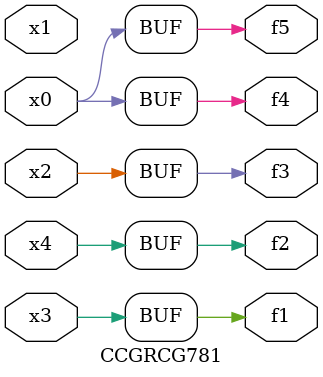
<source format=v>
module CCGRCG781(
	input x0, x1, x2, x3, x4,
	output f1, f2, f3, f4, f5
);
	assign f1 = x3;
	assign f2 = x4;
	assign f3 = x2;
	assign f4 = x0;
	assign f5 = x0;
endmodule

</source>
